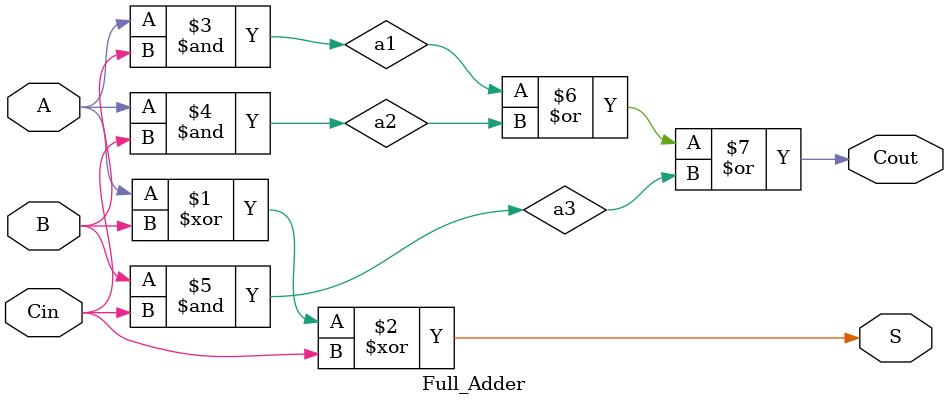
<source format=v>
`timescale 1ns/1ps 

module Full_Adder (
    input wire A,B,
    input wire Cin,
    output wire S,
    output wire Cout
);

xor sum (S,A,B,Cin);

and and1 (a1,A,B);
and and2 (a2,A,Cin);
and and3 (a3,B,Cin);

or  cout (Cout,a1,a2,a3);

endmodule
</source>
